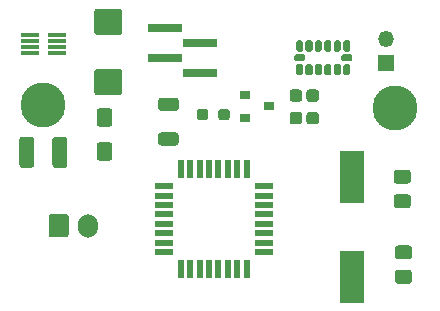
<source format=gbr>
%TF.GenerationSoftware,KiCad,Pcbnew,5.1.10-88a1d61d58~90~ubuntu21.04.1*%
%TF.CreationDate,2021-08-03T21:09:56+05:30*%
%TF.ProjectId,The Sixth Eye KiCAD,54686520-5369-4787-9468-20457965204b,v2*%
%TF.SameCoordinates,Original*%
%TF.FileFunction,Soldermask,Top*%
%TF.FilePolarity,Negative*%
%FSLAX46Y46*%
G04 Gerber Fmt 4.6, Leading zero omitted, Abs format (unit mm)*
G04 Created by KiCad (PCBNEW 5.1.10-88a1d61d58~90~ubuntu21.04.1) date 2021-08-03 21:09:56*
%MOMM*%
%LPD*%
G01*
G04 APERTURE LIST*
%ADD10R,2.000000X4.500000*%
%ADD11R,0.550000X1.600000*%
%ADD12R,1.600000X0.550000*%
%ADD13O,1.350000X1.350000*%
%ADD14R,1.350000X1.350000*%
%ADD15R,1.500000X0.300000*%
%ADD16R,3.000000X0.650000*%
%ADD17R,0.900000X0.800000*%
%ADD18C,3.800000*%
%ADD19C,2.600000*%
%ADD20O,1.700000X2.000000*%
G04 APERTURE END LIST*
D10*
%TO.C,Y1*%
X156550000Y-100050000D03*
X156550000Y-91550000D03*
%TD*%
D11*
%TO.C,U2*%
X142035000Y-99405000D03*
X142835000Y-99405000D03*
X143635000Y-99405000D03*
X144435000Y-99405000D03*
X145235000Y-99405000D03*
X146035000Y-99405000D03*
X146835000Y-99405000D03*
X147635000Y-99405000D03*
D12*
X149085000Y-97955000D03*
X149085000Y-97155000D03*
X149085000Y-96355000D03*
X149085000Y-95555000D03*
X149085000Y-94755000D03*
X149085000Y-93955000D03*
X149085000Y-93155000D03*
X149085000Y-92355000D03*
D11*
X147635000Y-90905000D03*
X146835000Y-90905000D03*
X146035000Y-90905000D03*
X145235000Y-90905000D03*
X144435000Y-90905000D03*
X143635000Y-90905000D03*
X142835000Y-90905000D03*
X142035000Y-90905000D03*
D12*
X140585000Y-92355000D03*
X140585000Y-93155000D03*
X140585000Y-93955000D03*
X140585000Y-94755000D03*
X140585000Y-95555000D03*
X140585000Y-96355000D03*
X140585000Y-97155000D03*
X140585000Y-97955000D03*
%TD*%
D13*
%TO.C,J1*%
X159400000Y-79900000D03*
D14*
X159400000Y-81900000D03*
%TD*%
D15*
%TO.C,U1*%
X131550000Y-81050000D03*
X131550000Y-80550000D03*
X131550000Y-80050000D03*
X131550000Y-79550000D03*
X129250000Y-79550000D03*
X129250000Y-80050000D03*
X129250000Y-80550000D03*
X129250000Y-81050000D03*
%TD*%
%TO.C,R1*%
G36*
G01*
X141625003Y-88925000D02*
X140374997Y-88925000D01*
G75*
G02*
X140125000Y-88675003I0J249997D01*
G01*
X140125000Y-88049997D01*
G75*
G02*
X140374997Y-87800000I249997J0D01*
G01*
X141625003Y-87800000D01*
G75*
G02*
X141875000Y-88049997I0J-249997D01*
G01*
X141875000Y-88675003D01*
G75*
G02*
X141625003Y-88925000I-249997J0D01*
G01*
G37*
G36*
G01*
X141625003Y-86000000D02*
X140374997Y-86000000D01*
G75*
G02*
X140125000Y-85750003I0J249997D01*
G01*
X140125000Y-85124997D01*
G75*
G02*
X140374997Y-84875000I249997J0D01*
G01*
X141625003Y-84875000D01*
G75*
G02*
X141875000Y-85124997I0J-249997D01*
G01*
X141875000Y-85750003D01*
G75*
G02*
X141625003Y-86000000I-249997J0D01*
G01*
G37*
%TD*%
%TO.C,C1*%
G36*
G01*
X135159999Y-85755000D02*
X136010001Y-85755000D01*
G75*
G02*
X136260000Y-86004999I0J-249999D01*
G01*
X136260000Y-87080001D01*
G75*
G02*
X136010001Y-87330000I-249999J0D01*
G01*
X135159999Y-87330000D01*
G75*
G02*
X134910000Y-87080001I0J249999D01*
G01*
X134910000Y-86004999D01*
G75*
G02*
X135159999Y-85755000I249999J0D01*
G01*
G37*
G36*
G01*
X135159999Y-88630000D02*
X136010001Y-88630000D01*
G75*
G02*
X136260000Y-88879999I0J-249999D01*
G01*
X136260000Y-89955001D01*
G75*
G02*
X136010001Y-90205000I-249999J0D01*
G01*
X135159999Y-90205000D01*
G75*
G02*
X134910000Y-89955001I0J249999D01*
G01*
X134910000Y-88879999D01*
G75*
G02*
X135159999Y-88630000I249999J0D01*
G01*
G37*
%TD*%
%TO.C,C2*%
G36*
G01*
X136825001Y-84675000D02*
X134974999Y-84675000D01*
G75*
G02*
X134725000Y-84425001I0J249999D01*
G01*
X134725000Y-82674999D01*
G75*
G02*
X134974999Y-82425000I249999J0D01*
G01*
X136825001Y-82425000D01*
G75*
G02*
X137075000Y-82674999I0J-249999D01*
G01*
X137075000Y-84425001D01*
G75*
G02*
X136825001Y-84675000I-249999J0D01*
G01*
G37*
G36*
G01*
X136825001Y-79575000D02*
X134974999Y-79575000D01*
G75*
G02*
X134725000Y-79325001I0J249999D01*
G01*
X134725000Y-77574999D01*
G75*
G02*
X134974999Y-77325000I249999J0D01*
G01*
X136825001Y-77325000D01*
G75*
G02*
X137075000Y-77574999I0J-249999D01*
G01*
X137075000Y-79325001D01*
G75*
G02*
X136825001Y-79575000I-249999J0D01*
G01*
G37*
%TD*%
%TO.C,L1*%
G36*
G01*
X132425000Y-88425000D02*
X132425000Y-90575000D01*
G75*
G02*
X132175000Y-90825000I-250000J0D01*
G01*
X131425000Y-90825000D01*
G75*
G02*
X131175000Y-90575000I0J250000D01*
G01*
X131175000Y-88425000D01*
G75*
G02*
X131425000Y-88175000I250000J0D01*
G01*
X132175000Y-88175000D01*
G75*
G02*
X132425000Y-88425000I0J-250000D01*
G01*
G37*
G36*
G01*
X129625000Y-88425000D02*
X129625000Y-90575000D01*
G75*
G02*
X129375000Y-90825000I-250000J0D01*
G01*
X128625000Y-90825000D01*
G75*
G02*
X128375000Y-90575000I0J250000D01*
G01*
X128375000Y-88425000D01*
G75*
G02*
X128625000Y-88175000I250000J0D01*
G01*
X129375000Y-88175000D01*
G75*
G02*
X129625000Y-88425000I0J-250000D01*
G01*
G37*
%TD*%
D16*
%TO.C,J3*%
X140700000Y-78995000D03*
X140700000Y-81535000D03*
X143700000Y-80265000D03*
X143700000Y-82805000D03*
%TD*%
%TO.C,C3*%
G36*
G01*
X161375000Y-100625000D02*
X160425000Y-100625000D01*
G75*
G02*
X160175000Y-100375000I0J250000D01*
G01*
X160175000Y-99700000D01*
G75*
G02*
X160425000Y-99450000I250000J0D01*
G01*
X161375000Y-99450000D01*
G75*
G02*
X161625000Y-99700000I0J-250000D01*
G01*
X161625000Y-100375000D01*
G75*
G02*
X161375000Y-100625000I-250000J0D01*
G01*
G37*
G36*
G01*
X161375000Y-98550000D02*
X160425000Y-98550000D01*
G75*
G02*
X160175000Y-98300000I0J250000D01*
G01*
X160175000Y-97625000D01*
G75*
G02*
X160425000Y-97375000I250000J0D01*
G01*
X161375000Y-97375000D01*
G75*
G02*
X161625000Y-97625000I0J-250000D01*
G01*
X161625000Y-98300000D01*
G75*
G02*
X161375000Y-98550000I-250000J0D01*
G01*
G37*
%TD*%
%TO.C,C4*%
G36*
G01*
X160325000Y-93050000D02*
X161275000Y-93050000D01*
G75*
G02*
X161525000Y-93300000I0J-250000D01*
G01*
X161525000Y-93975000D01*
G75*
G02*
X161275000Y-94225000I-250000J0D01*
G01*
X160325000Y-94225000D01*
G75*
G02*
X160075000Y-93975000I0J250000D01*
G01*
X160075000Y-93300000D01*
G75*
G02*
X160325000Y-93050000I250000J0D01*
G01*
G37*
G36*
G01*
X160325000Y-90975000D02*
X161275000Y-90975000D01*
G75*
G02*
X161525000Y-91225000I0J-250000D01*
G01*
X161525000Y-91900000D01*
G75*
G02*
X161275000Y-92150000I-250000J0D01*
G01*
X160325000Y-92150000D01*
G75*
G02*
X160075000Y-91900000I0J250000D01*
G01*
X160075000Y-91225000D01*
G75*
G02*
X160325000Y-90975000I250000J0D01*
G01*
G37*
%TD*%
%TO.C,R2*%
G36*
G01*
X143400000Y-86537500D02*
X143400000Y-86062500D01*
G75*
G02*
X143637500Y-85825000I237500J0D01*
G01*
X144137500Y-85825000D01*
G75*
G02*
X144375000Y-86062500I0J-237500D01*
G01*
X144375000Y-86537500D01*
G75*
G02*
X144137500Y-86775000I-237500J0D01*
G01*
X143637500Y-86775000D01*
G75*
G02*
X143400000Y-86537500I0J237500D01*
G01*
G37*
G36*
G01*
X145225000Y-86537500D02*
X145225000Y-86062500D01*
G75*
G02*
X145462500Y-85825000I237500J0D01*
G01*
X145962500Y-85825000D01*
G75*
G02*
X146200000Y-86062500I0J-237500D01*
G01*
X146200000Y-86537500D01*
G75*
G02*
X145962500Y-86775000I-237500J0D01*
G01*
X145462500Y-86775000D01*
G75*
G02*
X145225000Y-86537500I0J237500D01*
G01*
G37*
%TD*%
%TO.C,U3*%
G36*
G01*
X152425000Y-81800000D02*
X151775000Y-81800000D01*
G75*
G02*
X151625000Y-81650000I0J150000D01*
G01*
X151625000Y-81350000D01*
G75*
G02*
X151775000Y-81200000I150000J0D01*
G01*
X152425000Y-81200000D01*
G75*
G02*
X152575000Y-81350000I0J-150000D01*
G01*
X152575000Y-81650000D01*
G75*
G02*
X152425000Y-81800000I-150000J0D01*
G01*
G37*
G36*
G01*
X152250000Y-80975000D02*
X151950000Y-80975000D01*
G75*
G02*
X151800000Y-80825000I0J150000D01*
G01*
X151800000Y-80175000D01*
G75*
G02*
X151950000Y-80025000I150000J0D01*
G01*
X152250000Y-80025000D01*
G75*
G02*
X152400000Y-80175000I0J-150000D01*
G01*
X152400000Y-80825000D01*
G75*
G02*
X152250000Y-80975000I-150000J0D01*
G01*
G37*
G36*
G01*
X153050000Y-80975000D02*
X152750000Y-80975000D01*
G75*
G02*
X152600000Y-80825000I0J150000D01*
G01*
X152600000Y-80175000D01*
G75*
G02*
X152750000Y-80025000I150000J0D01*
G01*
X153050000Y-80025000D01*
G75*
G02*
X153200000Y-80175000I0J-150000D01*
G01*
X153200000Y-80825000D01*
G75*
G02*
X153050000Y-80975000I-150000J0D01*
G01*
G37*
G36*
G01*
X153850000Y-80975000D02*
X153550000Y-80975000D01*
G75*
G02*
X153400000Y-80825000I0J150000D01*
G01*
X153400000Y-80175000D01*
G75*
G02*
X153550000Y-80025000I150000J0D01*
G01*
X153850000Y-80025000D01*
G75*
G02*
X154000000Y-80175000I0J-150000D01*
G01*
X154000000Y-80825000D01*
G75*
G02*
X153850000Y-80975000I-150000J0D01*
G01*
G37*
G36*
G01*
X154650000Y-80975000D02*
X154350000Y-80975000D01*
G75*
G02*
X154200000Y-80825000I0J150000D01*
G01*
X154200000Y-80175000D01*
G75*
G02*
X154350000Y-80025000I150000J0D01*
G01*
X154650000Y-80025000D01*
G75*
G02*
X154800000Y-80175000I0J-150000D01*
G01*
X154800000Y-80825000D01*
G75*
G02*
X154650000Y-80975000I-150000J0D01*
G01*
G37*
G36*
G01*
X155450000Y-80975000D02*
X155150000Y-80975000D01*
G75*
G02*
X155000000Y-80825000I0J150000D01*
G01*
X155000000Y-80175000D01*
G75*
G02*
X155150000Y-80025000I150000J0D01*
G01*
X155450000Y-80025000D01*
G75*
G02*
X155600000Y-80175000I0J-150000D01*
G01*
X155600000Y-80825000D01*
G75*
G02*
X155450000Y-80975000I-150000J0D01*
G01*
G37*
G36*
G01*
X156250000Y-80975000D02*
X155950000Y-80975000D01*
G75*
G02*
X155800000Y-80825000I0J150000D01*
G01*
X155800000Y-80175000D01*
G75*
G02*
X155950000Y-80025000I150000J0D01*
G01*
X156250000Y-80025000D01*
G75*
G02*
X156400000Y-80175000I0J-150000D01*
G01*
X156400000Y-80825000D01*
G75*
G02*
X156250000Y-80975000I-150000J0D01*
G01*
G37*
G36*
G01*
X156425000Y-81800000D02*
X155775000Y-81800000D01*
G75*
G02*
X155625000Y-81650000I0J150000D01*
G01*
X155625000Y-81350000D01*
G75*
G02*
X155775000Y-81200000I150000J0D01*
G01*
X156425000Y-81200000D01*
G75*
G02*
X156575000Y-81350000I0J-150000D01*
G01*
X156575000Y-81650000D01*
G75*
G02*
X156425000Y-81800000I-150000J0D01*
G01*
G37*
G36*
G01*
X156250000Y-82975000D02*
X155950000Y-82975000D01*
G75*
G02*
X155800000Y-82825000I0J150000D01*
G01*
X155800000Y-82175000D01*
G75*
G02*
X155950000Y-82025000I150000J0D01*
G01*
X156250000Y-82025000D01*
G75*
G02*
X156400000Y-82175000I0J-150000D01*
G01*
X156400000Y-82825000D01*
G75*
G02*
X156250000Y-82975000I-150000J0D01*
G01*
G37*
G36*
G01*
X155450000Y-82975000D02*
X155150000Y-82975000D01*
G75*
G02*
X155000000Y-82825000I0J150000D01*
G01*
X155000000Y-82175000D01*
G75*
G02*
X155150000Y-82025000I150000J0D01*
G01*
X155450000Y-82025000D01*
G75*
G02*
X155600000Y-82175000I0J-150000D01*
G01*
X155600000Y-82825000D01*
G75*
G02*
X155450000Y-82975000I-150000J0D01*
G01*
G37*
G36*
G01*
X154650000Y-82975000D02*
X154350000Y-82975000D01*
G75*
G02*
X154200000Y-82825000I0J150000D01*
G01*
X154200000Y-82175000D01*
G75*
G02*
X154350000Y-82025000I150000J0D01*
G01*
X154650000Y-82025000D01*
G75*
G02*
X154800000Y-82175000I0J-150000D01*
G01*
X154800000Y-82825000D01*
G75*
G02*
X154650000Y-82975000I-150000J0D01*
G01*
G37*
G36*
G01*
X153850000Y-82975000D02*
X153550000Y-82975000D01*
G75*
G02*
X153400000Y-82825000I0J150000D01*
G01*
X153400000Y-82175000D01*
G75*
G02*
X153550000Y-82025000I150000J0D01*
G01*
X153850000Y-82025000D01*
G75*
G02*
X154000000Y-82175000I0J-150000D01*
G01*
X154000000Y-82825000D01*
G75*
G02*
X153850000Y-82975000I-150000J0D01*
G01*
G37*
G36*
G01*
X153050000Y-82975000D02*
X152750000Y-82975000D01*
G75*
G02*
X152600000Y-82825000I0J150000D01*
G01*
X152600000Y-82175000D01*
G75*
G02*
X152750000Y-82025000I150000J0D01*
G01*
X153050000Y-82025000D01*
G75*
G02*
X153200000Y-82175000I0J-150000D01*
G01*
X153200000Y-82825000D01*
G75*
G02*
X153050000Y-82975000I-150000J0D01*
G01*
G37*
G36*
G01*
X152250000Y-82975000D02*
X151950000Y-82975000D01*
G75*
G02*
X151800000Y-82825000I0J150000D01*
G01*
X151800000Y-82175000D01*
G75*
G02*
X151950000Y-82025000I150000J0D01*
G01*
X152250000Y-82025000D01*
G75*
G02*
X152400000Y-82175000I0J-150000D01*
G01*
X152400000Y-82825000D01*
G75*
G02*
X152250000Y-82975000I-150000J0D01*
G01*
G37*
%TD*%
%TO.C,C6*%
G36*
G01*
X152325000Y-84424999D02*
X152325000Y-84975001D01*
G75*
G02*
X152075001Y-85225000I-249999J0D01*
G01*
X151499999Y-85225000D01*
G75*
G02*
X151250000Y-84975001I0J249999D01*
G01*
X151250000Y-84424999D01*
G75*
G02*
X151499999Y-84175000I249999J0D01*
G01*
X152075001Y-84175000D01*
G75*
G02*
X152325000Y-84424999I0J-249999D01*
G01*
G37*
G36*
G01*
X153750000Y-84424999D02*
X153750000Y-84975001D01*
G75*
G02*
X153500001Y-85225000I-249999J0D01*
G01*
X152924999Y-85225000D01*
G75*
G02*
X152675000Y-84975001I0J249999D01*
G01*
X152675000Y-84424999D01*
G75*
G02*
X152924999Y-84175000I249999J0D01*
G01*
X153500001Y-84175000D01*
G75*
G02*
X153750000Y-84424999I0J-249999D01*
G01*
G37*
%TD*%
%TO.C,C5*%
G36*
G01*
X153750000Y-86324999D02*
X153750000Y-86875001D01*
G75*
G02*
X153500001Y-87125000I-249999J0D01*
G01*
X152924999Y-87125000D01*
G75*
G02*
X152675000Y-86875001I0J249999D01*
G01*
X152675000Y-86324999D01*
G75*
G02*
X152924999Y-86075000I249999J0D01*
G01*
X153500001Y-86075000D01*
G75*
G02*
X153750000Y-86324999I0J-249999D01*
G01*
G37*
G36*
G01*
X152325000Y-86324999D02*
X152325000Y-86875001D01*
G75*
G02*
X152075001Y-87125000I-249999J0D01*
G01*
X151499999Y-87125000D01*
G75*
G02*
X151250000Y-86875001I0J249999D01*
G01*
X151250000Y-86324999D01*
G75*
G02*
X151499999Y-86075000I249999J0D01*
G01*
X152075001Y-86075000D01*
G75*
G02*
X152325000Y-86324999I0J-249999D01*
G01*
G37*
%TD*%
D17*
%TO.C,Q1*%
X147500000Y-84650000D03*
X147500000Y-86550000D03*
X149500000Y-85600000D03*
%TD*%
D18*
%TO.C,H1*%
X130400000Y-85500000D03*
D19*
X130400000Y-85500000D03*
%TD*%
%TO.C,H2*%
X160200000Y-85700000D03*
D18*
X160200000Y-85700000D03*
%TD*%
%TO.C,J2*%
G36*
G01*
X130850000Y-96450000D02*
X130850000Y-94950000D01*
G75*
G02*
X131100000Y-94700000I250000J0D01*
G01*
X132300000Y-94700000D01*
G75*
G02*
X132550000Y-94950000I0J-250000D01*
G01*
X132550000Y-96450000D01*
G75*
G02*
X132300000Y-96700000I-250000J0D01*
G01*
X131100000Y-96700000D01*
G75*
G02*
X130850000Y-96450000I0J250000D01*
G01*
G37*
D20*
X134200000Y-95700000D03*
%TD*%
M02*

</source>
